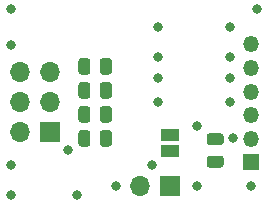
<source format=gbr>
%TF.GenerationSoftware,KiCad,Pcbnew,5.1.9-73d0e3b20d~88~ubuntu20.04.1*%
%TF.CreationDate,2021-03-05T17:06:57-06:00*%
%TF.ProjectId,avricsp-breakout,61767269-6373-4702-9d62-7265616b6f75,rev?*%
%TF.SameCoordinates,Original*%
%TF.FileFunction,Soldermask,Top*%
%TF.FilePolarity,Negative*%
%FSLAX46Y46*%
G04 Gerber Fmt 4.6, Leading zero omitted, Abs format (unit mm)*
G04 Created by KiCad (PCBNEW 5.1.9-73d0e3b20d~88~ubuntu20.04.1) date 2021-03-05 17:06:57*
%MOMM*%
%LPD*%
G01*
G04 APERTURE LIST*
%ADD10O,1.350000X1.350000*%
%ADD11R,1.350000X1.350000*%
%ADD12R,1.500000X1.000000*%
%ADD13O,1.700000X1.700000*%
%ADD14R,1.700000X1.700000*%
%ADD15C,0.800000*%
G04 APERTURE END LIST*
D10*
%TO.C,J2*%
X137922000Y-108364000D03*
X137922000Y-110364000D03*
X137922000Y-112364000D03*
X137922000Y-114364000D03*
X137922000Y-116364000D03*
D11*
X137922000Y-118364000D03*
%TD*%
%TO.C,R4*%
G36*
G01*
X124314000Y-109785999D02*
X124314000Y-110686001D01*
G75*
G02*
X124064001Y-110936000I-249999J0D01*
G01*
X123538999Y-110936000D01*
G75*
G02*
X123289000Y-110686001I0J249999D01*
G01*
X123289000Y-109785999D01*
G75*
G02*
X123538999Y-109536000I249999J0D01*
G01*
X124064001Y-109536000D01*
G75*
G02*
X124314000Y-109785999I0J-249999D01*
G01*
G37*
G36*
G01*
X126139000Y-109785999D02*
X126139000Y-110686001D01*
G75*
G02*
X125889001Y-110936000I-249999J0D01*
G01*
X125363999Y-110936000D01*
G75*
G02*
X125114000Y-110686001I0J249999D01*
G01*
X125114000Y-109785999D01*
G75*
G02*
X125363999Y-109536000I249999J0D01*
G01*
X125889001Y-109536000D01*
G75*
G02*
X126139000Y-109785999I0J-249999D01*
G01*
G37*
%TD*%
%TO.C,R3*%
G36*
G01*
X124314000Y-111817999D02*
X124314000Y-112718001D01*
G75*
G02*
X124064001Y-112968000I-249999J0D01*
G01*
X123538999Y-112968000D01*
G75*
G02*
X123289000Y-112718001I0J249999D01*
G01*
X123289000Y-111817999D01*
G75*
G02*
X123538999Y-111568000I249999J0D01*
G01*
X124064001Y-111568000D01*
G75*
G02*
X124314000Y-111817999I0J-249999D01*
G01*
G37*
G36*
G01*
X126139000Y-111817999D02*
X126139000Y-112718001D01*
G75*
G02*
X125889001Y-112968000I-249999J0D01*
G01*
X125363999Y-112968000D01*
G75*
G02*
X125114000Y-112718001I0J249999D01*
G01*
X125114000Y-111817999D01*
G75*
G02*
X125363999Y-111568000I249999J0D01*
G01*
X125889001Y-111568000D01*
G75*
G02*
X126139000Y-111817999I0J-249999D01*
G01*
G37*
%TD*%
%TO.C,R2*%
G36*
G01*
X124314000Y-113849999D02*
X124314000Y-114750001D01*
G75*
G02*
X124064001Y-115000000I-249999J0D01*
G01*
X123538999Y-115000000D01*
G75*
G02*
X123289000Y-114750001I0J249999D01*
G01*
X123289000Y-113849999D01*
G75*
G02*
X123538999Y-113600000I249999J0D01*
G01*
X124064001Y-113600000D01*
G75*
G02*
X124314000Y-113849999I0J-249999D01*
G01*
G37*
G36*
G01*
X126139000Y-113849999D02*
X126139000Y-114750001D01*
G75*
G02*
X125889001Y-115000000I-249999J0D01*
G01*
X125363999Y-115000000D01*
G75*
G02*
X125114000Y-114750001I0J249999D01*
G01*
X125114000Y-113849999D01*
G75*
G02*
X125363999Y-113600000I249999J0D01*
G01*
X125889001Y-113600000D01*
G75*
G02*
X126139000Y-113849999I0J-249999D01*
G01*
G37*
%TD*%
%TO.C,R1*%
G36*
G01*
X124314000Y-115881999D02*
X124314000Y-116782001D01*
G75*
G02*
X124064001Y-117032000I-249999J0D01*
G01*
X123538999Y-117032000D01*
G75*
G02*
X123289000Y-116782001I0J249999D01*
G01*
X123289000Y-115881999D01*
G75*
G02*
X123538999Y-115632000I249999J0D01*
G01*
X124064001Y-115632000D01*
G75*
G02*
X124314000Y-115881999I0J-249999D01*
G01*
G37*
G36*
G01*
X126139000Y-115881999D02*
X126139000Y-116782001D01*
G75*
G02*
X125889001Y-117032000I-249999J0D01*
G01*
X125363999Y-117032000D01*
G75*
G02*
X125114000Y-116782001I0J249999D01*
G01*
X125114000Y-115881999D01*
G75*
G02*
X125363999Y-115632000I249999J0D01*
G01*
X125889001Y-115632000D01*
G75*
G02*
X126139000Y-115881999I0J-249999D01*
G01*
G37*
%TD*%
D12*
%TO.C,JP1*%
X131064000Y-116078000D03*
X131064000Y-117378000D03*
%TD*%
D13*
%TO.C,ICSP*%
X118364000Y-110744000D03*
X120904000Y-110744000D03*
X118364000Y-113284000D03*
X120904000Y-113284000D03*
X118364000Y-115824000D03*
D14*
X120904000Y-115824000D03*
%TD*%
D13*
%TO.C,PWR*%
X128524000Y-120396000D03*
D14*
X131064000Y-120396000D03*
%TD*%
%TO.C,C1*%
G36*
G01*
X135349000Y-116898000D02*
X134399000Y-116898000D01*
G75*
G02*
X134149000Y-116648000I0J250000D01*
G01*
X134149000Y-116148000D01*
G75*
G02*
X134399000Y-115898000I250000J0D01*
G01*
X135349000Y-115898000D01*
G75*
G02*
X135599000Y-116148000I0J-250000D01*
G01*
X135599000Y-116648000D01*
G75*
G02*
X135349000Y-116898000I-250000J0D01*
G01*
G37*
G36*
G01*
X135349000Y-118798000D02*
X134399000Y-118798000D01*
G75*
G02*
X134149000Y-118548000I0J250000D01*
G01*
X134149000Y-118048000D01*
G75*
G02*
X134399000Y-117798000I250000J0D01*
G01*
X135349000Y-117798000D01*
G75*
G02*
X135599000Y-118048000I0J-250000D01*
G01*
X135599000Y-118548000D01*
G75*
G02*
X135349000Y-118798000I-250000J0D01*
G01*
G37*
%TD*%
D15*
X137922000Y-120396000D03*
X133350000Y-120396000D03*
X136144000Y-113284000D03*
X136144000Y-111252000D03*
X136144000Y-109474000D03*
X136144000Y-106934000D03*
X130048000Y-109474000D03*
X130048000Y-111252000D03*
X130048000Y-113284000D03*
X130048000Y-106934000D03*
X133350000Y-115316000D03*
X136398000Y-116332000D03*
X129540000Y-118618000D03*
X126492000Y-120396000D03*
X122428000Y-117348000D03*
X117602000Y-105410000D03*
X138430000Y-105410000D03*
X117602000Y-108458000D03*
X117602000Y-118618000D03*
X117602000Y-121158000D03*
X123190000Y-121158000D03*
M02*

</source>
